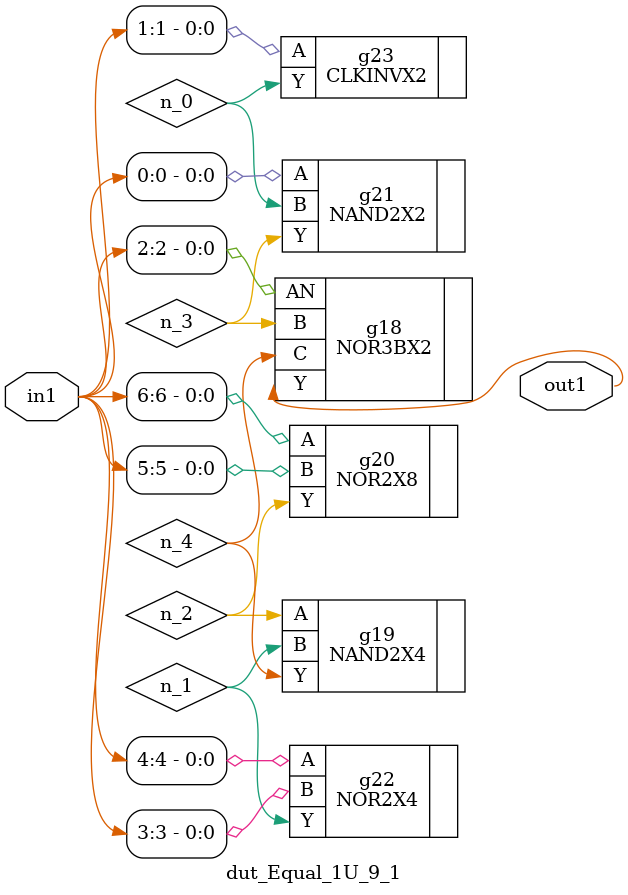
<source format=v>
`timescale 1ps / 1ps


module dut_Equal_1U_9_1(in1, out1);
  input [6:0] in1;
  output out1;
  wire [6:0] in1;
  wire out1;
  wire n_0, n_1, n_2, n_3, n_4;
  NOR3BX2 g18(.AN (in1[2]), .B (n_3), .C (n_4), .Y (out1));
  NAND2X4 g19(.A (n_2), .B (n_1), .Y (n_4));
  NAND2X2 g21(.A (in1[0]), .B (n_0), .Y (n_3));
  NOR2X8 g20(.A (in1[6]), .B (in1[5]), .Y (n_2));
  NOR2X4 g22(.A (in1[4]), .B (in1[3]), .Y (n_1));
  CLKINVX2 g23(.A (in1[1]), .Y (n_0));
endmodule



</source>
